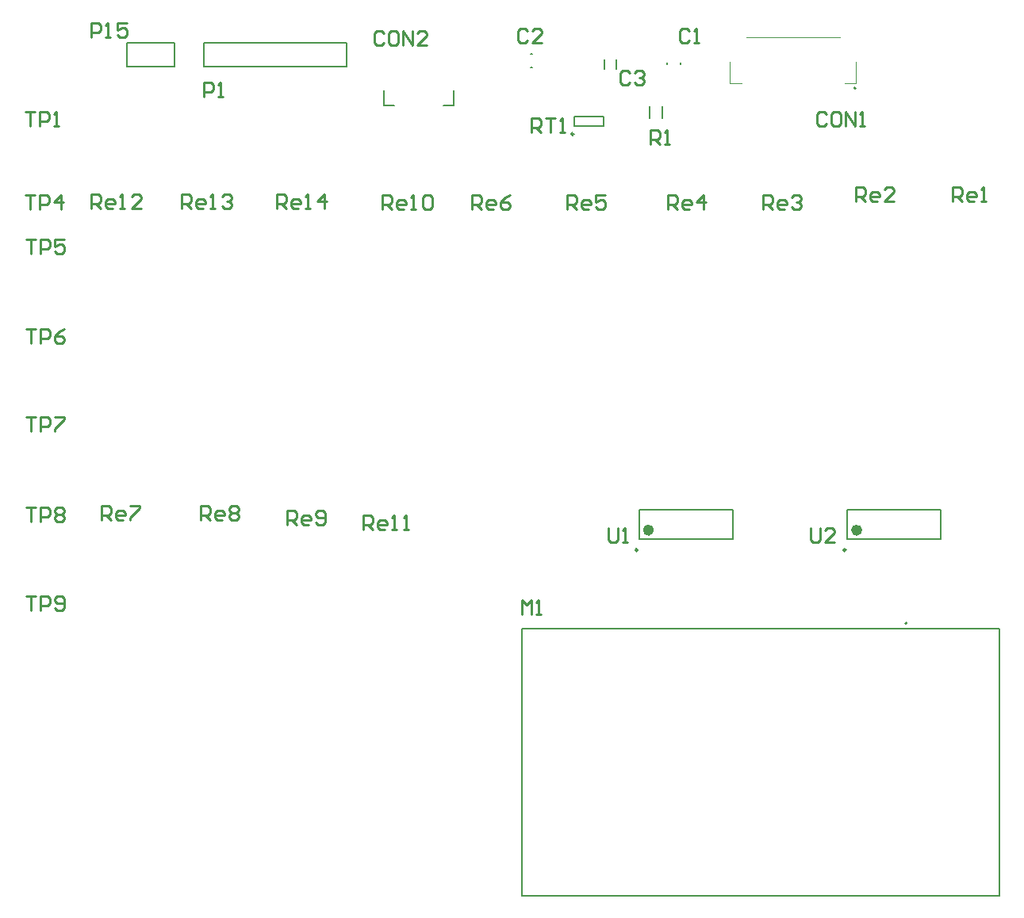
<source format=gto>
G04*
G04 #@! TF.GenerationSoftware,Altium Limited,Altium Designer,20.0.2 (26)*
G04*
G04 Layer_Color=65535*
%FSLAX44Y44*%
%MOMM*%
G71*
G01*
G75*
%ADD10C,0.6000*%
%ADD11C,0.2500*%
%ADD12C,0.2000*%
%ADD13C,0.1000*%
%ADD14C,0.1270*%
%ADD15C,0.2540*%
D10*
X2128350Y1238600D02*
G03*
X2128350Y1238600I-3000J0D01*
G01*
X2350600D02*
G03*
X2350600Y1238600I-3000J0D01*
G01*
D11*
X2113650Y1217350D02*
G03*
X2113650Y1217350I-1250J0D01*
G01*
X2335900D02*
G03*
X2335900Y1217350I-1250J0D01*
G01*
X2045600Y1661600D02*
G03*
X2045600Y1661600I-1250J0D01*
G01*
D12*
X2345650Y1709550D02*
G03*
X2345650Y1711550I0J1000D01*
G01*
D02*
G03*
X2345650Y1709550I0J-1000D01*
G01*
X2401300Y1139100D02*
G03*
X2401300Y1139100I-1000J0D01*
G01*
X2215350Y1228600D02*
Y1260600D01*
X2115350Y1228600D02*
Y1260600D01*
X2215350D01*
X2115350Y1228600D02*
X2215350D01*
X2437600Y1228600D02*
Y1260600D01*
X2337600Y1228600D02*
Y1260600D01*
X2437600D01*
X2337600Y1228600D02*
X2437600D01*
X2078100Y1730900D02*
Y1740900D01*
X2090800Y1730900D02*
Y1740900D01*
X2046100Y1670350D02*
Y1680350D01*
X2077100Y1670350D02*
Y1680350D01*
X2046100Y1670350D02*
X2077100D01*
X2046100Y1680350D02*
X2077100D01*
X2140350Y1678716D02*
Y1691441D01*
X2126850Y1678716D02*
Y1691441D01*
X1651000Y1733550D02*
X1803400D01*
X1651000Y1758950D02*
X1803400D01*
X1651000Y1733550D02*
Y1758950D01*
X1803400Y1733550D02*
Y1758950D01*
X1568450D02*
X1619250D01*
X1568450Y1733550D02*
Y1758950D01*
Y1733550D02*
X1619250D01*
Y1758950D01*
X2159900Y1736250D02*
Y1737750D01*
X2145400Y1736250D02*
Y1737750D01*
X1917300Y1692350D02*
Y1708350D01*
X1906300Y1692350D02*
X1917300D01*
X1843300D02*
X1854300D01*
X1843300D02*
Y1708350D01*
X1999500Y1747150D02*
X2001000D01*
X1999500Y1732650D02*
X2001000D01*
D13*
X2212150Y1715750D02*
X2224650D01*
X2212150D02*
Y1738550D01*
X2334650Y1715750D02*
X2347150D01*
Y1738550D01*
X2229650Y1764550D02*
X2329650D01*
D14*
X1990400Y848300D02*
X2499900D01*
X1990400D02*
Y1133400D01*
X2499900Y848300D02*
Y1133400D01*
X1990400D02*
X2499900D01*
Y1022710D02*
Y1133400D01*
Y955600D02*
Y1022710D01*
Y848300D02*
Y955600D01*
X1990400Y1133400D02*
X2499900D01*
X1990400Y848300D02*
X2499900D01*
X1990400Y1079700D02*
Y1133400D01*
Y902800D02*
Y1079700D01*
Y848300D02*
Y902800D01*
D15*
X2298700Y1240785D02*
Y1228089D01*
X2301239Y1225550D01*
X2306317D01*
X2308857Y1228089D01*
Y1240785D01*
X2324092Y1225550D02*
X2313935D01*
X2324092Y1235707D01*
Y1238246D01*
X2321553Y1240785D01*
X2316474D01*
X2313935Y1238246D01*
X2082800Y1240785D02*
Y1228089D01*
X2085339Y1225550D01*
X2090417D01*
X2092957Y1228089D01*
Y1240785D01*
X2098035Y1225550D02*
X2103113D01*
X2100574D01*
Y1240785D01*
X2098035Y1238246D01*
X1460881Y1168014D02*
X1471038D01*
X1465959D01*
Y1152779D01*
X1476116D02*
Y1168014D01*
X1483734D01*
X1486273Y1165475D01*
Y1160396D01*
X1483734Y1157857D01*
X1476116D01*
X1491351Y1155318D02*
X1493890Y1152779D01*
X1498969D01*
X1501508Y1155318D01*
Y1165475D01*
X1498969Y1168014D01*
X1493890D01*
X1491351Y1165475D01*
Y1162936D01*
X1493890Y1160396D01*
X1501508D01*
X1460881Y1263264D02*
X1471038D01*
X1465959D01*
Y1248029D01*
X1476116D02*
Y1263264D01*
X1483734D01*
X1486273Y1260725D01*
Y1255647D01*
X1483734Y1253107D01*
X1476116D01*
X1491351Y1260725D02*
X1493890Y1263264D01*
X1498969D01*
X1501508Y1260725D01*
Y1258186D01*
X1498969Y1255647D01*
X1501508Y1253107D01*
Y1250568D01*
X1498969Y1248029D01*
X1493890D01*
X1491351Y1250568D01*
Y1253107D01*
X1493890Y1255647D01*
X1491351Y1258186D01*
Y1260725D01*
X1493890Y1255647D02*
X1498969D01*
X1460881Y1359784D02*
X1471038D01*
X1465959D01*
Y1344549D01*
X1476116D02*
Y1359784D01*
X1483734D01*
X1486273Y1357245D01*
Y1352166D01*
X1483734Y1349627D01*
X1476116D01*
X1491351Y1359784D02*
X1501508D01*
Y1357245D01*
X1491351Y1347088D01*
Y1344549D01*
X1460881Y1453764D02*
X1471038D01*
X1465959D01*
Y1438529D01*
X1476116D02*
Y1453764D01*
X1483734D01*
X1486273Y1451225D01*
Y1446147D01*
X1483734Y1443607D01*
X1476116D01*
X1501508Y1453764D02*
X1496429Y1451225D01*
X1491351Y1446147D01*
Y1441068D01*
X1493890Y1438529D01*
X1498969D01*
X1501508Y1441068D01*
Y1443607D01*
X1498969Y1446147D01*
X1491351D01*
X1460881Y1549014D02*
X1471038D01*
X1465959D01*
Y1533779D01*
X1476116D02*
Y1549014D01*
X1483734D01*
X1486273Y1546475D01*
Y1541396D01*
X1483734Y1538857D01*
X1476116D01*
X1501508Y1549014D02*
X1491351D01*
Y1541396D01*
X1496429Y1543936D01*
X1498969D01*
X1501508Y1541396D01*
Y1536318D01*
X1498969Y1533779D01*
X1493890D01*
X1491351Y1536318D01*
X1460500Y1596385D02*
X1470657D01*
X1465578D01*
Y1581150D01*
X1475735D02*
Y1596385D01*
X1483353D01*
X1485892Y1593846D01*
Y1588768D01*
X1483353Y1586228D01*
X1475735D01*
X1498588Y1581150D02*
Y1596385D01*
X1490970Y1588768D01*
X1501127D01*
X1460500Y1685285D02*
X1470657D01*
X1465578D01*
Y1670050D01*
X1475735D02*
Y1685285D01*
X1483353D01*
X1485892Y1682746D01*
Y1677668D01*
X1483353Y1675128D01*
X1475735D01*
X1490970Y1670050D02*
X1496048D01*
X1493509D01*
Y1685285D01*
X1490970Y1682746D01*
X2000250Y1663700D02*
Y1678935D01*
X2007867D01*
X2010407Y1676396D01*
Y1671317D01*
X2007867Y1668778D01*
X2000250D01*
X2005328D02*
X2010407Y1663700D01*
X2015485Y1678935D02*
X2025642D01*
X2020563D01*
Y1663700D01*
X2030720D02*
X2035798D01*
X2033259D01*
Y1678935D01*
X2030720Y1676396D01*
X1728470Y1582420D02*
Y1597655D01*
X1736087D01*
X1738627Y1595116D01*
Y1590038D01*
X1736087Y1587498D01*
X1728470D01*
X1733548D02*
X1738627Y1582420D01*
X1751323D02*
X1746244D01*
X1743705Y1584959D01*
Y1590038D01*
X1746244Y1592577D01*
X1751323D01*
X1753862Y1590038D01*
Y1587498D01*
X1743705D01*
X1758940Y1582420D02*
X1764019D01*
X1761479D01*
Y1597655D01*
X1758940Y1595116D01*
X1779254Y1582420D02*
Y1597655D01*
X1771636Y1590038D01*
X1781793D01*
X1626870Y1582420D02*
Y1597655D01*
X1634487D01*
X1637027Y1595116D01*
Y1590038D01*
X1634487Y1587498D01*
X1626870D01*
X1631948D02*
X1637027Y1582420D01*
X1649723D02*
X1644644D01*
X1642105Y1584959D01*
Y1590038D01*
X1644644Y1592577D01*
X1649723D01*
X1652262Y1590038D01*
Y1587498D01*
X1642105D01*
X1657340Y1582420D02*
X1662419D01*
X1659879D01*
Y1597655D01*
X1657340Y1595116D01*
X1670036D02*
X1672575Y1597655D01*
X1677654D01*
X1680193Y1595116D01*
Y1592577D01*
X1677654Y1590038D01*
X1675114D01*
X1677654D01*
X1680193Y1587498D01*
Y1584959D01*
X1677654Y1582420D01*
X1672575D01*
X1670036Y1584959D01*
X1530350Y1582420D02*
Y1597655D01*
X1537968D01*
X1540507Y1595116D01*
Y1590038D01*
X1537968Y1587498D01*
X1530350D01*
X1535428D02*
X1540507Y1582420D01*
X1553203D02*
X1548124D01*
X1545585Y1584959D01*
Y1590038D01*
X1548124Y1592577D01*
X1553203D01*
X1555742Y1590038D01*
Y1587498D01*
X1545585D01*
X1560820Y1582420D02*
X1565898D01*
X1563359D01*
Y1597655D01*
X1560820Y1595116D01*
X1583673Y1582420D02*
X1573516D01*
X1583673Y1592577D01*
Y1595116D01*
X1581134Y1597655D01*
X1576055D01*
X1573516Y1595116D01*
X1821180Y1239520D02*
Y1254755D01*
X1828797D01*
X1831337Y1252216D01*
Y1247138D01*
X1828797Y1244598D01*
X1821180D01*
X1826258D02*
X1831337Y1239520D01*
X1844033D02*
X1838954D01*
X1836415Y1242059D01*
Y1247138D01*
X1838954Y1249677D01*
X1844033D01*
X1846572Y1247138D01*
Y1244598D01*
X1836415D01*
X1851650Y1239520D02*
X1856729D01*
X1854189D01*
Y1254755D01*
X1851650Y1252216D01*
X1864346Y1239520D02*
X1869424D01*
X1866885D01*
Y1254755D01*
X1864346Y1252216D01*
X1841500Y1581150D02*
Y1596385D01*
X1849117D01*
X1851657Y1593846D01*
Y1588768D01*
X1849117Y1586228D01*
X1841500D01*
X1846578D02*
X1851657Y1581150D01*
X1864353D02*
X1859274D01*
X1856735Y1583689D01*
Y1588768D01*
X1859274Y1591307D01*
X1864353D01*
X1866892Y1588768D01*
Y1586228D01*
X1856735D01*
X1871970Y1581150D02*
X1877048D01*
X1874509D01*
Y1596385D01*
X1871970Y1593846D01*
X1884666D02*
X1887205Y1596385D01*
X1892284D01*
X1894823Y1593846D01*
Y1583689D01*
X1892284Y1581150D01*
X1887205D01*
X1884666Y1583689D01*
Y1593846D01*
X1739900Y1244600D02*
Y1259835D01*
X1747518D01*
X1750057Y1257296D01*
Y1252217D01*
X1747518Y1249678D01*
X1739900D01*
X1744978D02*
X1750057Y1244600D01*
X1762753D02*
X1757674D01*
X1755135Y1247139D01*
Y1252217D01*
X1757674Y1254757D01*
X1762753D01*
X1765292Y1252217D01*
Y1249678D01*
X1755135D01*
X1770370Y1247139D02*
X1772909Y1244600D01*
X1777988D01*
X1780527Y1247139D01*
Y1257296D01*
X1777988Y1259835D01*
X1772909D01*
X1770370Y1257296D01*
Y1254757D01*
X1772909Y1252217D01*
X1780527D01*
X1647190Y1249680D02*
Y1264915D01*
X1654807D01*
X1657347Y1262376D01*
Y1257298D01*
X1654807Y1254758D01*
X1647190D01*
X1652268D02*
X1657347Y1249680D01*
X1670043D02*
X1664964D01*
X1662425Y1252219D01*
Y1257298D01*
X1664964Y1259837D01*
X1670043D01*
X1672582Y1257298D01*
Y1254758D01*
X1662425D01*
X1677660Y1262376D02*
X1680199Y1264915D01*
X1685278D01*
X1687817Y1262376D01*
Y1259837D01*
X1685278Y1257298D01*
X1687817Y1254758D01*
Y1252219D01*
X1685278Y1249680D01*
X1680199D01*
X1677660Y1252219D01*
Y1254758D01*
X1680199Y1257298D01*
X1677660Y1259837D01*
Y1262376D01*
X1680199Y1257298D02*
X1685278D01*
X1541780Y1249680D02*
Y1264915D01*
X1549397D01*
X1551937Y1262376D01*
Y1257298D01*
X1549397Y1254758D01*
X1541780D01*
X1546858D02*
X1551937Y1249680D01*
X1564633D02*
X1559554D01*
X1557015Y1252219D01*
Y1257298D01*
X1559554Y1259837D01*
X1564633D01*
X1567172Y1257298D01*
Y1254758D01*
X1557015D01*
X1572250Y1264915D02*
X1582407D01*
Y1262376D01*
X1572250Y1252219D01*
Y1249680D01*
X1936750Y1581150D02*
Y1596385D01*
X1944368D01*
X1946907Y1593846D01*
Y1588768D01*
X1944368Y1586228D01*
X1936750D01*
X1941828D02*
X1946907Y1581150D01*
X1959603D02*
X1954524D01*
X1951985Y1583689D01*
Y1588768D01*
X1954524Y1591307D01*
X1959603D01*
X1962142Y1588768D01*
Y1586228D01*
X1951985D01*
X1977377Y1596385D02*
X1972298Y1593846D01*
X1967220Y1588768D01*
Y1583689D01*
X1969759Y1581150D01*
X1974838D01*
X1977377Y1583689D01*
Y1586228D01*
X1974838Y1588768D01*
X1967220D01*
X2038350Y1581150D02*
Y1596385D01*
X2045968D01*
X2048507Y1593846D01*
Y1588768D01*
X2045968Y1586228D01*
X2038350D01*
X2043428D02*
X2048507Y1581150D01*
X2061203D02*
X2056124D01*
X2053585Y1583689D01*
Y1588768D01*
X2056124Y1591307D01*
X2061203D01*
X2063742Y1588768D01*
Y1586228D01*
X2053585D01*
X2078977Y1596385D02*
X2068820D01*
Y1588768D01*
X2073898Y1591307D01*
X2076438D01*
X2078977Y1588768D01*
Y1583689D01*
X2076438Y1581150D01*
X2071359D01*
X2068820Y1583689D01*
X2146300Y1581150D02*
Y1596385D01*
X2153918D01*
X2156457Y1593846D01*
Y1588768D01*
X2153918Y1586228D01*
X2146300D01*
X2151378D02*
X2156457Y1581150D01*
X2169153D02*
X2164074D01*
X2161535Y1583689D01*
Y1588768D01*
X2164074Y1591307D01*
X2169153D01*
X2171692Y1588768D01*
Y1586228D01*
X2161535D01*
X2184388Y1581150D02*
Y1596385D01*
X2176770Y1588768D01*
X2186927D01*
X2247900Y1581150D02*
Y1596385D01*
X2255517D01*
X2258057Y1593846D01*
Y1588768D01*
X2255517Y1586228D01*
X2247900D01*
X2252978D02*
X2258057Y1581150D01*
X2270753D02*
X2265674D01*
X2263135Y1583689D01*
Y1588768D01*
X2265674Y1591307D01*
X2270753D01*
X2273292Y1588768D01*
Y1586228D01*
X2263135D01*
X2278370Y1593846D02*
X2280909Y1596385D01*
X2285988D01*
X2288527Y1593846D01*
Y1591307D01*
X2285988Y1588768D01*
X2283448D01*
X2285988D01*
X2288527Y1586228D01*
Y1583689D01*
X2285988Y1581150D01*
X2280909D01*
X2278370Y1583689D01*
X2346960Y1590040D02*
Y1605275D01*
X2354577D01*
X2357117Y1602736D01*
Y1597657D01*
X2354577Y1595118D01*
X2346960D01*
X2352038D02*
X2357117Y1590040D01*
X2369813D02*
X2364734D01*
X2362195Y1592579D01*
Y1597657D01*
X2364734Y1600197D01*
X2369813D01*
X2372352Y1597657D01*
Y1595118D01*
X2362195D01*
X2387587Y1590040D02*
X2377430D01*
X2387587Y1600197D01*
Y1602736D01*
X2385048Y1605275D01*
X2379969D01*
X2377430Y1602736D01*
X2449830Y1590040D02*
Y1605275D01*
X2457448D01*
X2459987Y1602736D01*
Y1597657D01*
X2457448Y1595118D01*
X2449830D01*
X2454908D02*
X2459987Y1590040D01*
X2472683D02*
X2467604D01*
X2465065Y1592579D01*
Y1597657D01*
X2467604Y1600197D01*
X2472683D01*
X2475222Y1597657D01*
Y1595118D01*
X2465065D01*
X2480300Y1590040D02*
X2485379D01*
X2482839D01*
Y1605275D01*
X2480300Y1602736D01*
X2127250Y1651000D02*
Y1666235D01*
X2134868D01*
X2137407Y1663696D01*
Y1658618D01*
X2134868Y1656078D01*
X2127250D01*
X2132328D02*
X2137407Y1651000D01*
X2142485D02*
X2147563D01*
X2145024D01*
Y1666235D01*
X2142485Y1663696D01*
X1530350Y1765300D02*
Y1780535D01*
X1537968D01*
X1540507Y1777996D01*
Y1772917D01*
X1537968Y1770378D01*
X1530350D01*
X1545585Y1765300D02*
X1550663D01*
X1548124D01*
Y1780535D01*
X1545585Y1777996D01*
X1568438Y1780535D02*
X1558281D01*
Y1772917D01*
X1563359Y1775457D01*
X1565898D01*
X1568438Y1772917D01*
Y1767839D01*
X1565898Y1765300D01*
X1560820D01*
X1558281Y1767839D01*
X1651000Y1701800D02*
Y1717035D01*
X1658618D01*
X1661157Y1714496D01*
Y1709418D01*
X1658618Y1706878D01*
X1651000D01*
X1666235Y1701800D02*
X1671313D01*
X1668774D01*
Y1717035D01*
X1666235Y1714496D01*
X1990090Y1148842D02*
Y1164077D01*
X1995168Y1158999D01*
X2000247Y1164077D01*
Y1148842D01*
X2005325D02*
X2010403D01*
X2007864D01*
Y1164077D01*
X2005325Y1161538D01*
X1843021Y1769168D02*
X1840482Y1771707D01*
X1835403D01*
X1832864Y1769168D01*
Y1759011D01*
X1835403Y1756472D01*
X1840482D01*
X1843021Y1759011D01*
X1855717Y1771707D02*
X1850638D01*
X1848099Y1769168D01*
Y1759011D01*
X1850638Y1756472D01*
X1855717D01*
X1858256Y1759011D01*
Y1769168D01*
X1855717Y1771707D01*
X1863334Y1756472D02*
Y1771707D01*
X1873491Y1756472D01*
Y1771707D01*
X1888726Y1756472D02*
X1878569D01*
X1888726Y1766629D01*
Y1769168D01*
X1886187Y1771707D01*
X1881109D01*
X1878569Y1769168D01*
X2315207Y1682746D02*
X2312668Y1685285D01*
X2307589D01*
X2305050Y1682746D01*
Y1672589D01*
X2307589Y1670050D01*
X2312668D01*
X2315207Y1672589D01*
X2327903Y1685285D02*
X2322824D01*
X2320285Y1682746D01*
Y1672589D01*
X2322824Y1670050D01*
X2327903D01*
X2330442Y1672589D01*
Y1682746D01*
X2327903Y1685285D01*
X2335520Y1670050D02*
Y1685285D01*
X2345677Y1670050D01*
Y1685285D01*
X2350755Y1670050D02*
X2355834D01*
X2353294D01*
Y1685285D01*
X2350755Y1682746D01*
X2105657Y1727196D02*
X2103118Y1729735D01*
X2098039D01*
X2095500Y1727196D01*
Y1717039D01*
X2098039Y1714500D01*
X2103118D01*
X2105657Y1717039D01*
X2110735Y1727196D02*
X2113274Y1729735D01*
X2118353D01*
X2120892Y1727196D01*
Y1724657D01*
X2118353Y1722117D01*
X2115813D01*
X2118353D01*
X2120892Y1719578D01*
Y1717039D01*
X2118353Y1714500D01*
X2113274D01*
X2110735Y1717039D01*
X1995823Y1771646D02*
X1993284Y1774185D01*
X1988205D01*
X1985666Y1771646D01*
Y1761489D01*
X1988205Y1758950D01*
X1993284D01*
X1995823Y1761489D01*
X2011058Y1758950D02*
X2000901D01*
X2011058Y1769107D01*
Y1771646D01*
X2008519Y1774185D01*
X2003440D01*
X2000901Y1771646D01*
X2169157D02*
X2166617Y1774185D01*
X2161539D01*
X2159000Y1771646D01*
Y1761489D01*
X2161539Y1758950D01*
X2166617D01*
X2169157Y1761489D01*
X2174235Y1758950D02*
X2179313D01*
X2176774D01*
Y1774185D01*
X2174235Y1771646D01*
M02*

</source>
